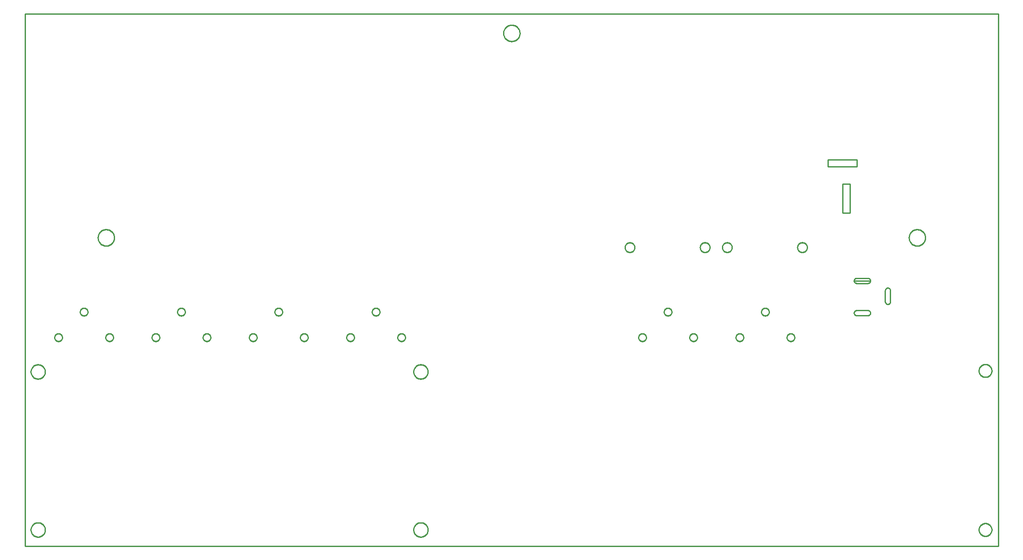
<source format=gbr>
G04 EAGLE Gerber RS-274X export*
G75*
%MOMM*%
%FSLAX34Y34*%
%LPD*%
%IN*%
%IPPOS*%
%AMOC8*
5,1,8,0,0,1.08239X$1,22.5*%
G01*
%ADD10C,0.254000*%


D10*
X0Y0D02*
X1904800Y0D01*
X1905000Y1041400D01*
X0Y1041400D01*
X0Y0D01*
X1683700Y478000D02*
X1683719Y477564D01*
X1683776Y477132D01*
X1683870Y476706D01*
X1684002Y476290D01*
X1684168Y475887D01*
X1684370Y475500D01*
X1684604Y475132D01*
X1684870Y474786D01*
X1685164Y474464D01*
X1685486Y474170D01*
X1685832Y473904D01*
X1686200Y473670D01*
X1686587Y473468D01*
X1686990Y473302D01*
X1687406Y473170D01*
X1687832Y473076D01*
X1688264Y473019D01*
X1688700Y473000D01*
X1689136Y473019D01*
X1689568Y473076D01*
X1689994Y473170D01*
X1690410Y473302D01*
X1690813Y473468D01*
X1691200Y473670D01*
X1691568Y473904D01*
X1691914Y474170D01*
X1692236Y474464D01*
X1692530Y474786D01*
X1692796Y475132D01*
X1693030Y475500D01*
X1693232Y475887D01*
X1693398Y476290D01*
X1693530Y476706D01*
X1693624Y477132D01*
X1693681Y477564D01*
X1693700Y478000D01*
X1693700Y500000D01*
X1693681Y500436D01*
X1693624Y500868D01*
X1693530Y501294D01*
X1693398Y501710D01*
X1693232Y502113D01*
X1693030Y502500D01*
X1692796Y502868D01*
X1692530Y503214D01*
X1692236Y503536D01*
X1691914Y503830D01*
X1691568Y504096D01*
X1691200Y504330D01*
X1690813Y504532D01*
X1690410Y504698D01*
X1689994Y504830D01*
X1689568Y504924D01*
X1689136Y504981D01*
X1688700Y505000D01*
X1688264Y504981D01*
X1687832Y504924D01*
X1687406Y504830D01*
X1686990Y504698D01*
X1686587Y504532D01*
X1686200Y504330D01*
X1685832Y504096D01*
X1685486Y503830D01*
X1685164Y503536D01*
X1684870Y503214D01*
X1684604Y502868D01*
X1684370Y502500D01*
X1684168Y502113D01*
X1684002Y501710D01*
X1683870Y501294D01*
X1683776Y500868D01*
X1683719Y500436D01*
X1683700Y500000D01*
X1683700Y478000D01*
X1622700Y456000D02*
X1622719Y455564D01*
X1622776Y455132D01*
X1622870Y454706D01*
X1623002Y454290D01*
X1623168Y453887D01*
X1623370Y453500D01*
X1623604Y453132D01*
X1623870Y452786D01*
X1624164Y452464D01*
X1624486Y452170D01*
X1624832Y451904D01*
X1625200Y451670D01*
X1625587Y451468D01*
X1625990Y451302D01*
X1626406Y451170D01*
X1626832Y451076D01*
X1627264Y451019D01*
X1627700Y451000D01*
X1649700Y451000D01*
X1650136Y451019D01*
X1650568Y451076D01*
X1650994Y451170D01*
X1651410Y451302D01*
X1651813Y451468D01*
X1652200Y451670D01*
X1652568Y451904D01*
X1652914Y452170D01*
X1653236Y452464D01*
X1653530Y452786D01*
X1653796Y453132D01*
X1654030Y453500D01*
X1654232Y453887D01*
X1654398Y454290D01*
X1654530Y454706D01*
X1654624Y455132D01*
X1654681Y455564D01*
X1654700Y456000D01*
X1654681Y456436D01*
X1654624Y456868D01*
X1654530Y457294D01*
X1654398Y457710D01*
X1654232Y458113D01*
X1654030Y458500D01*
X1653796Y458868D01*
X1653530Y459214D01*
X1653236Y459536D01*
X1652914Y459830D01*
X1652568Y460096D01*
X1652200Y460330D01*
X1651813Y460532D01*
X1651410Y460698D01*
X1650994Y460830D01*
X1650568Y460924D01*
X1650136Y460981D01*
X1649700Y461000D01*
X1627700Y461000D01*
X1627264Y460981D01*
X1626832Y460924D01*
X1626406Y460830D01*
X1625990Y460698D01*
X1625587Y460532D01*
X1625200Y460330D01*
X1624832Y460096D01*
X1624486Y459830D01*
X1624164Y459536D01*
X1623870Y459214D01*
X1623604Y458868D01*
X1623370Y458500D01*
X1623168Y458113D01*
X1623002Y457710D01*
X1622870Y457294D01*
X1622776Y456868D01*
X1622719Y456436D01*
X1622700Y456000D01*
X1622700Y519000D02*
X1654700Y519000D01*
X1654681Y519436D01*
X1654624Y519868D01*
X1654530Y520294D01*
X1654398Y520710D01*
X1654232Y521113D01*
X1654030Y521500D01*
X1653796Y521868D01*
X1653530Y522214D01*
X1653236Y522536D01*
X1652914Y522830D01*
X1652568Y523096D01*
X1652200Y523330D01*
X1651813Y523532D01*
X1651410Y523698D01*
X1650994Y523830D01*
X1650568Y523924D01*
X1650136Y523981D01*
X1649700Y524000D01*
X1627700Y524000D01*
X1627264Y523981D01*
X1626832Y523924D01*
X1626406Y523830D01*
X1625990Y523698D01*
X1625587Y523532D01*
X1625200Y523330D01*
X1624832Y523096D01*
X1624486Y522830D01*
X1624164Y522536D01*
X1623870Y522214D01*
X1623604Y521868D01*
X1623370Y521500D01*
X1623168Y521113D01*
X1623002Y520710D01*
X1622870Y520294D01*
X1622776Y519868D01*
X1622719Y519436D01*
X1622700Y519000D01*
X1622700Y519000D02*
X1622719Y518564D01*
X1622776Y518132D01*
X1622870Y517706D01*
X1623002Y517290D01*
X1623168Y516887D01*
X1623370Y516500D01*
X1623604Y516132D01*
X1623870Y515786D01*
X1624164Y515464D01*
X1624486Y515170D01*
X1624832Y514904D01*
X1625200Y514670D01*
X1625587Y514468D01*
X1625990Y514302D01*
X1626406Y514170D01*
X1626832Y514076D01*
X1627264Y514019D01*
X1627700Y514000D01*
X1649700Y514000D01*
X1650136Y514019D01*
X1650568Y514076D01*
X1650994Y514170D01*
X1651410Y514302D01*
X1651813Y514468D01*
X1652200Y514670D01*
X1652568Y514904D01*
X1652914Y515170D01*
X1653236Y515464D01*
X1653530Y515786D01*
X1653796Y516132D01*
X1654030Y516500D01*
X1654232Y516887D01*
X1654398Y517290D01*
X1654530Y517706D01*
X1654624Y518132D01*
X1654681Y518564D01*
X1654700Y519000D01*
X1622700Y519000D01*
X1622700Y519000D02*
X1622719Y518564D01*
X1622776Y518132D01*
X1622870Y517706D01*
X1623002Y517290D01*
X1623168Y516887D01*
X1623370Y516500D01*
X1623604Y516132D01*
X1623870Y515786D01*
X1624164Y515464D01*
X1624486Y515170D01*
X1624832Y514904D01*
X1625200Y514670D01*
X1625587Y514468D01*
X1625990Y514302D01*
X1626406Y514170D01*
X1626832Y514076D01*
X1627264Y514019D01*
X1627700Y514000D01*
X1649700Y514000D01*
X1650136Y514019D01*
X1650568Y514076D01*
X1650994Y514170D01*
X1651410Y514302D01*
X1651813Y514468D01*
X1652200Y514670D01*
X1652568Y514904D01*
X1652914Y515170D01*
X1653236Y515464D01*
X1653530Y515786D01*
X1653796Y516132D01*
X1654030Y516500D01*
X1654232Y516887D01*
X1654398Y517290D01*
X1654530Y517706D01*
X1654624Y518132D01*
X1654681Y518564D01*
X1654700Y519000D01*
X1654681Y519436D01*
X1654624Y519868D01*
X1654530Y520294D01*
X1654398Y520710D01*
X1654232Y521113D01*
X1654030Y521500D01*
X1653796Y521868D01*
X1653530Y522214D01*
X1653236Y522536D01*
X1652914Y522830D01*
X1652568Y523096D01*
X1652200Y523330D01*
X1651813Y523532D01*
X1651410Y523698D01*
X1650994Y523830D01*
X1650568Y523924D01*
X1650136Y523981D01*
X1649700Y524000D01*
X1627700Y524000D01*
X1627264Y523981D01*
X1626832Y523924D01*
X1626406Y523830D01*
X1625990Y523698D01*
X1625587Y523532D01*
X1625200Y523330D01*
X1624832Y523096D01*
X1624486Y522830D01*
X1624164Y522536D01*
X1623870Y522214D01*
X1623604Y521868D01*
X1623370Y521500D01*
X1623168Y521113D01*
X1623002Y520710D01*
X1622870Y520294D01*
X1622776Y519868D01*
X1622719Y519436D01*
X1622700Y519000D01*
X1571752Y742442D02*
X1628648Y742442D01*
X1628648Y756158D01*
X1571752Y756158D01*
X1571752Y742442D01*
X1600708Y651764D02*
X1614424Y651764D01*
X1614424Y708660D01*
X1600708Y708660D01*
X1600708Y651764D01*
X174750Y602726D02*
X174682Y601681D01*
X174545Y600642D01*
X174340Y599615D01*
X174069Y598603D01*
X173733Y597611D01*
X173332Y596643D01*
X172868Y595704D01*
X172345Y594796D01*
X171763Y593925D01*
X171125Y593094D01*
X170434Y592307D01*
X169693Y591566D01*
X168906Y590875D01*
X168075Y590238D01*
X167204Y589656D01*
X166296Y589132D01*
X165357Y588668D01*
X164389Y588267D01*
X163397Y587931D01*
X162385Y587660D01*
X161358Y587455D01*
X160319Y587319D01*
X159274Y587250D01*
X158226Y587250D01*
X157181Y587319D01*
X156142Y587455D01*
X155115Y587660D01*
X154103Y587931D01*
X153111Y588267D01*
X152143Y588668D01*
X151204Y589132D01*
X150296Y589656D01*
X149425Y590238D01*
X148594Y590875D01*
X147807Y591566D01*
X147066Y592307D01*
X146375Y593094D01*
X145738Y593925D01*
X145156Y594796D01*
X144632Y595704D01*
X144168Y596643D01*
X143767Y597611D01*
X143431Y598603D01*
X143160Y599615D01*
X142955Y600642D01*
X142819Y601681D01*
X142750Y602726D01*
X142750Y603774D01*
X142819Y604819D01*
X142955Y605858D01*
X143160Y606885D01*
X143431Y607897D01*
X143767Y608889D01*
X144168Y609857D01*
X144632Y610796D01*
X145156Y611704D01*
X145738Y612575D01*
X146375Y613406D01*
X147066Y614193D01*
X147807Y614934D01*
X148594Y615625D01*
X149425Y616263D01*
X150296Y616845D01*
X151204Y617368D01*
X152143Y617832D01*
X153111Y618233D01*
X154103Y618569D01*
X155115Y618840D01*
X156142Y619045D01*
X157181Y619182D01*
X158226Y619250D01*
X159274Y619250D01*
X160319Y619182D01*
X161358Y619045D01*
X162385Y618840D01*
X163397Y618569D01*
X164389Y618233D01*
X165357Y617832D01*
X166296Y617368D01*
X167204Y616845D01*
X168075Y616263D01*
X168906Y615625D01*
X169693Y614934D01*
X170434Y614193D01*
X171125Y613406D01*
X171763Y612575D01*
X172345Y611704D01*
X172868Y610796D01*
X173332Y609857D01*
X173733Y608889D01*
X174069Y607897D01*
X174340Y606885D01*
X174545Y605858D01*
X174682Y604819D01*
X174750Y603774D01*
X174750Y602726D01*
X1762250Y602726D02*
X1762182Y601681D01*
X1762045Y600642D01*
X1761840Y599615D01*
X1761569Y598603D01*
X1761233Y597611D01*
X1760832Y596643D01*
X1760368Y595704D01*
X1759845Y594796D01*
X1759263Y593925D01*
X1758625Y593094D01*
X1757934Y592307D01*
X1757193Y591566D01*
X1756406Y590875D01*
X1755575Y590238D01*
X1754704Y589656D01*
X1753796Y589132D01*
X1752857Y588668D01*
X1751889Y588267D01*
X1750897Y587931D01*
X1749885Y587660D01*
X1748858Y587455D01*
X1747819Y587319D01*
X1746774Y587250D01*
X1745726Y587250D01*
X1744681Y587319D01*
X1743642Y587455D01*
X1742615Y587660D01*
X1741603Y587931D01*
X1740611Y588267D01*
X1739643Y588668D01*
X1738704Y589132D01*
X1737796Y589656D01*
X1736925Y590238D01*
X1736094Y590875D01*
X1735307Y591566D01*
X1734566Y592307D01*
X1733875Y593094D01*
X1733238Y593925D01*
X1732656Y594796D01*
X1732132Y595704D01*
X1731668Y596643D01*
X1731267Y597611D01*
X1730931Y598603D01*
X1730660Y599615D01*
X1730455Y600642D01*
X1730319Y601681D01*
X1730250Y602726D01*
X1730250Y603774D01*
X1730319Y604819D01*
X1730455Y605858D01*
X1730660Y606885D01*
X1730931Y607897D01*
X1731267Y608889D01*
X1731668Y609857D01*
X1732132Y610796D01*
X1732656Y611704D01*
X1733238Y612575D01*
X1733875Y613406D01*
X1734566Y614193D01*
X1735307Y614934D01*
X1736094Y615625D01*
X1736925Y616263D01*
X1737796Y616845D01*
X1738704Y617368D01*
X1739643Y617832D01*
X1740611Y618233D01*
X1741603Y618569D01*
X1742615Y618840D01*
X1743642Y619045D01*
X1744681Y619182D01*
X1745726Y619250D01*
X1746774Y619250D01*
X1747819Y619182D01*
X1748858Y619045D01*
X1749885Y618840D01*
X1750897Y618569D01*
X1751889Y618233D01*
X1752857Y617832D01*
X1753796Y617368D01*
X1754704Y616845D01*
X1755575Y616263D01*
X1756406Y615625D01*
X1757193Y614934D01*
X1757934Y614193D01*
X1758625Y613406D01*
X1759263Y612575D01*
X1759845Y611704D01*
X1760368Y610796D01*
X1760832Y609857D01*
X1761233Y608889D01*
X1761569Y607897D01*
X1761840Y606885D01*
X1762045Y605858D01*
X1762182Y604819D01*
X1762250Y603774D01*
X1762250Y602726D01*
X1892100Y342409D02*
X1892023Y341430D01*
X1891869Y340460D01*
X1891640Y339504D01*
X1891336Y338570D01*
X1890961Y337663D01*
X1890515Y336788D01*
X1890001Y335950D01*
X1889424Y335155D01*
X1888786Y334408D01*
X1888092Y333714D01*
X1887345Y333076D01*
X1886550Y332499D01*
X1885712Y331985D01*
X1884837Y331539D01*
X1883930Y331164D01*
X1882996Y330860D01*
X1882041Y330631D01*
X1881070Y330477D01*
X1880091Y330400D01*
X1879109Y330400D01*
X1878130Y330477D01*
X1877160Y330631D01*
X1876204Y330860D01*
X1875270Y331164D01*
X1874363Y331539D01*
X1873488Y331985D01*
X1872650Y332499D01*
X1871855Y333076D01*
X1871108Y333714D01*
X1870414Y334408D01*
X1869776Y335155D01*
X1869199Y335950D01*
X1868685Y336788D01*
X1868239Y337663D01*
X1867864Y338570D01*
X1867560Y339504D01*
X1867331Y340460D01*
X1867177Y341430D01*
X1867100Y342409D01*
X1867100Y343391D01*
X1867177Y344370D01*
X1867331Y345341D01*
X1867560Y346296D01*
X1867864Y347230D01*
X1868239Y348137D01*
X1868685Y349012D01*
X1869199Y349850D01*
X1869776Y350645D01*
X1870414Y351392D01*
X1871108Y352086D01*
X1871855Y352724D01*
X1872650Y353301D01*
X1873488Y353815D01*
X1874363Y354261D01*
X1875270Y354636D01*
X1876204Y354940D01*
X1877160Y355169D01*
X1878130Y355323D01*
X1879109Y355400D01*
X1880091Y355400D01*
X1881070Y355323D01*
X1882041Y355169D01*
X1882996Y354940D01*
X1883930Y354636D01*
X1884837Y354261D01*
X1885712Y353815D01*
X1886550Y353301D01*
X1887345Y352724D01*
X1888092Y352086D01*
X1888786Y351392D01*
X1889424Y350645D01*
X1890001Y349850D01*
X1890515Y349012D01*
X1890961Y348137D01*
X1891336Y347230D01*
X1891640Y346296D01*
X1891869Y345341D01*
X1892023Y344370D01*
X1892100Y343391D01*
X1892100Y342409D01*
X1892100Y31259D02*
X1892023Y30280D01*
X1891869Y29310D01*
X1891640Y28354D01*
X1891336Y27420D01*
X1890961Y26513D01*
X1890515Y25638D01*
X1890001Y24800D01*
X1889424Y24005D01*
X1888786Y23258D01*
X1888092Y22564D01*
X1887345Y21926D01*
X1886550Y21349D01*
X1885712Y20835D01*
X1884837Y20389D01*
X1883930Y20014D01*
X1882996Y19710D01*
X1882041Y19481D01*
X1881070Y19327D01*
X1880091Y19250D01*
X1879109Y19250D01*
X1878130Y19327D01*
X1877160Y19481D01*
X1876204Y19710D01*
X1875270Y20014D01*
X1874363Y20389D01*
X1873488Y20835D01*
X1872650Y21349D01*
X1871855Y21926D01*
X1871108Y22564D01*
X1870414Y23258D01*
X1869776Y24005D01*
X1869199Y24800D01*
X1868685Y25638D01*
X1868239Y26513D01*
X1867864Y27420D01*
X1867560Y28354D01*
X1867331Y29310D01*
X1867177Y30280D01*
X1867100Y31259D01*
X1867100Y32241D01*
X1867177Y33220D01*
X1867331Y34191D01*
X1867560Y35146D01*
X1867864Y36080D01*
X1868239Y36987D01*
X1868685Y37862D01*
X1869199Y38700D01*
X1869776Y39495D01*
X1870414Y40242D01*
X1871108Y40936D01*
X1871855Y41574D01*
X1872650Y42151D01*
X1873488Y42665D01*
X1874363Y43111D01*
X1875270Y43486D01*
X1876204Y43790D01*
X1877160Y44019D01*
X1878130Y44173D01*
X1879109Y44250D01*
X1880091Y44250D01*
X1881070Y44173D01*
X1882041Y44019D01*
X1882996Y43790D01*
X1883930Y43486D01*
X1884837Y43111D01*
X1885712Y42665D01*
X1886550Y42151D01*
X1887345Y41574D01*
X1888092Y40936D01*
X1888786Y40242D01*
X1889424Y39495D01*
X1890001Y38700D01*
X1890515Y37862D01*
X1890961Y36987D01*
X1891336Y36080D01*
X1891640Y35146D01*
X1891869Y34191D01*
X1892023Y33220D01*
X1892100Y32241D01*
X1892100Y31259D01*
X968500Y1002776D02*
X968432Y1001731D01*
X968295Y1000692D01*
X968090Y999665D01*
X967819Y998653D01*
X967483Y997661D01*
X967082Y996693D01*
X966618Y995754D01*
X966095Y994846D01*
X965513Y993975D01*
X964875Y993144D01*
X964184Y992357D01*
X963443Y991616D01*
X962656Y990925D01*
X961825Y990288D01*
X960954Y989706D01*
X960046Y989182D01*
X959107Y988718D01*
X958139Y988317D01*
X957147Y987981D01*
X956135Y987710D01*
X955108Y987505D01*
X954069Y987369D01*
X953024Y987300D01*
X951976Y987300D01*
X950931Y987369D01*
X949892Y987505D01*
X948865Y987710D01*
X947853Y987981D01*
X946861Y988317D01*
X945893Y988718D01*
X944954Y989182D01*
X944046Y989706D01*
X943175Y990288D01*
X942344Y990925D01*
X941557Y991616D01*
X940816Y992357D01*
X940125Y993144D01*
X939488Y993975D01*
X938906Y994846D01*
X938382Y995754D01*
X937918Y996693D01*
X937517Y997661D01*
X937181Y998653D01*
X936910Y999665D01*
X936705Y1000692D01*
X936569Y1001731D01*
X936500Y1002776D01*
X936500Y1003824D01*
X936569Y1004869D01*
X936705Y1005908D01*
X936910Y1006935D01*
X937181Y1007947D01*
X937517Y1008939D01*
X937918Y1009907D01*
X938382Y1010846D01*
X938906Y1011754D01*
X939488Y1012625D01*
X940125Y1013456D01*
X940816Y1014243D01*
X941557Y1014984D01*
X942344Y1015675D01*
X943175Y1016313D01*
X944046Y1016895D01*
X944954Y1017418D01*
X945893Y1017882D01*
X946861Y1018283D01*
X947853Y1018619D01*
X948865Y1018890D01*
X949892Y1019095D01*
X950931Y1019232D01*
X951976Y1019300D01*
X953024Y1019300D01*
X954069Y1019232D01*
X955108Y1019095D01*
X956135Y1018890D01*
X957147Y1018619D01*
X958139Y1018283D01*
X959107Y1017882D01*
X960046Y1017418D01*
X960954Y1016895D01*
X961825Y1016313D01*
X962656Y1015675D01*
X963443Y1014984D01*
X964184Y1014243D01*
X964875Y1013456D01*
X965513Y1012625D01*
X966095Y1011754D01*
X966618Y1010846D01*
X967082Y1009907D01*
X967483Y1008939D01*
X967819Y1007947D01*
X968090Y1006935D01*
X968295Y1005908D01*
X968432Y1004869D01*
X968500Y1003824D01*
X968500Y1002776D01*
X39400Y31250D02*
X39329Y30253D01*
X39186Y29263D01*
X38974Y28286D01*
X38692Y27326D01*
X38343Y26389D01*
X37927Y25479D01*
X37448Y24602D01*
X36907Y23760D01*
X36308Y22960D01*
X35653Y22204D01*
X34946Y21497D01*
X34190Y20842D01*
X33390Y20243D01*
X32548Y19702D01*
X31671Y19223D01*
X30761Y18807D01*
X29824Y18458D01*
X28865Y18176D01*
X27887Y17964D01*
X26898Y17821D01*
X25900Y17750D01*
X24900Y17750D01*
X23903Y17821D01*
X22913Y17964D01*
X21936Y18176D01*
X20976Y18458D01*
X20039Y18807D01*
X19129Y19223D01*
X18252Y19702D01*
X17410Y20243D01*
X16610Y20842D01*
X15854Y21497D01*
X15147Y22204D01*
X14492Y22960D01*
X13893Y23760D01*
X13352Y24602D01*
X12873Y25479D01*
X12457Y26389D01*
X12108Y27326D01*
X11826Y28286D01*
X11614Y29263D01*
X11471Y30253D01*
X11400Y31250D01*
X11400Y32250D01*
X11471Y33248D01*
X11614Y34237D01*
X11826Y35215D01*
X12108Y36174D01*
X12457Y37111D01*
X12873Y38021D01*
X13352Y38898D01*
X13893Y39740D01*
X14492Y40540D01*
X15147Y41296D01*
X15854Y42003D01*
X16610Y42658D01*
X17410Y43257D01*
X18252Y43798D01*
X19129Y44277D01*
X20039Y44693D01*
X20976Y45042D01*
X21936Y45324D01*
X22913Y45536D01*
X23903Y45679D01*
X24900Y45750D01*
X25900Y45750D01*
X26898Y45679D01*
X27887Y45536D01*
X28865Y45324D01*
X29824Y45042D01*
X30761Y44693D01*
X31671Y44277D01*
X32548Y43798D01*
X33390Y43257D01*
X34190Y42658D01*
X34946Y42003D01*
X35653Y41296D01*
X36308Y40540D01*
X36907Y39740D01*
X37448Y38898D01*
X37927Y38021D01*
X38343Y37111D01*
X38692Y36174D01*
X38974Y35215D01*
X39186Y34237D01*
X39329Y33248D01*
X39400Y32250D01*
X39400Y31250D01*
X39400Y340450D02*
X39329Y339453D01*
X39186Y338463D01*
X38974Y337486D01*
X38692Y336526D01*
X38343Y335589D01*
X37927Y334679D01*
X37448Y333802D01*
X36907Y332960D01*
X36308Y332160D01*
X35653Y331404D01*
X34946Y330697D01*
X34190Y330042D01*
X33390Y329443D01*
X32548Y328902D01*
X31671Y328423D01*
X30761Y328007D01*
X29824Y327658D01*
X28865Y327376D01*
X27887Y327164D01*
X26898Y327021D01*
X25900Y326950D01*
X24900Y326950D01*
X23903Y327021D01*
X22913Y327164D01*
X21936Y327376D01*
X20976Y327658D01*
X20039Y328007D01*
X19129Y328423D01*
X18252Y328902D01*
X17410Y329443D01*
X16610Y330042D01*
X15854Y330697D01*
X15147Y331404D01*
X14492Y332160D01*
X13893Y332960D01*
X13352Y333802D01*
X12873Y334679D01*
X12457Y335589D01*
X12108Y336526D01*
X11826Y337486D01*
X11614Y338463D01*
X11471Y339453D01*
X11400Y340450D01*
X11400Y341450D01*
X11471Y342448D01*
X11614Y343437D01*
X11826Y344415D01*
X12108Y345374D01*
X12457Y346311D01*
X12873Y347221D01*
X13352Y348098D01*
X13893Y348940D01*
X14492Y349740D01*
X15147Y350496D01*
X15854Y351203D01*
X16610Y351858D01*
X17410Y352457D01*
X18252Y352998D01*
X19129Y353477D01*
X20039Y353893D01*
X20976Y354242D01*
X21936Y354524D01*
X22913Y354736D01*
X23903Y354879D01*
X24900Y354950D01*
X25900Y354950D01*
X26898Y354879D01*
X27887Y354736D01*
X28865Y354524D01*
X29824Y354242D01*
X30761Y353893D01*
X31671Y353477D01*
X32548Y352998D01*
X33390Y352457D01*
X34190Y351858D01*
X34946Y351203D01*
X35653Y350496D01*
X36308Y349740D01*
X36907Y348940D01*
X37448Y348098D01*
X37927Y347221D01*
X38343Y346311D01*
X38692Y345374D01*
X38974Y344415D01*
X39186Y343437D01*
X39329Y342448D01*
X39400Y341450D01*
X39400Y340450D01*
X788600Y340450D02*
X788529Y339453D01*
X788386Y338463D01*
X788174Y337486D01*
X787892Y336526D01*
X787543Y335589D01*
X787127Y334679D01*
X786648Y333802D01*
X786107Y332960D01*
X785508Y332160D01*
X784853Y331404D01*
X784146Y330697D01*
X783390Y330042D01*
X782590Y329443D01*
X781748Y328902D01*
X780871Y328423D01*
X779961Y328007D01*
X779024Y327658D01*
X778065Y327376D01*
X777087Y327164D01*
X776098Y327021D01*
X775100Y326950D01*
X774100Y326950D01*
X773103Y327021D01*
X772113Y327164D01*
X771136Y327376D01*
X770176Y327658D01*
X769239Y328007D01*
X768329Y328423D01*
X767452Y328902D01*
X766610Y329443D01*
X765810Y330042D01*
X765054Y330697D01*
X764347Y331404D01*
X763692Y332160D01*
X763093Y332960D01*
X762552Y333802D01*
X762073Y334679D01*
X761657Y335589D01*
X761308Y336526D01*
X761026Y337486D01*
X760814Y338463D01*
X760671Y339453D01*
X760600Y340450D01*
X760600Y341450D01*
X760671Y342448D01*
X760814Y343437D01*
X761026Y344415D01*
X761308Y345374D01*
X761657Y346311D01*
X762073Y347221D01*
X762552Y348098D01*
X763093Y348940D01*
X763692Y349740D01*
X764347Y350496D01*
X765054Y351203D01*
X765810Y351858D01*
X766610Y352457D01*
X767452Y352998D01*
X768329Y353477D01*
X769239Y353893D01*
X770176Y354242D01*
X771136Y354524D01*
X772113Y354736D01*
X773103Y354879D01*
X774100Y354950D01*
X775100Y354950D01*
X776098Y354879D01*
X777087Y354736D01*
X778065Y354524D01*
X779024Y354242D01*
X779961Y353893D01*
X780871Y353477D01*
X781748Y352998D01*
X782590Y352457D01*
X783390Y351858D01*
X784146Y351203D01*
X784853Y350496D01*
X785508Y349740D01*
X786107Y348940D01*
X786648Y348098D01*
X787127Y347221D01*
X787543Y346311D01*
X787892Y345374D01*
X788174Y344415D01*
X788386Y343437D01*
X788529Y342448D01*
X788600Y341450D01*
X788600Y340450D01*
X788600Y31250D02*
X788529Y30253D01*
X788386Y29263D01*
X788174Y28286D01*
X787892Y27326D01*
X787543Y26389D01*
X787127Y25479D01*
X786648Y24602D01*
X786107Y23760D01*
X785508Y22960D01*
X784853Y22204D01*
X784146Y21497D01*
X783390Y20842D01*
X782590Y20243D01*
X781748Y19702D01*
X780871Y19223D01*
X779961Y18807D01*
X779024Y18458D01*
X778065Y18176D01*
X777087Y17964D01*
X776098Y17821D01*
X775100Y17750D01*
X774100Y17750D01*
X773103Y17821D01*
X772113Y17964D01*
X771136Y18176D01*
X770176Y18458D01*
X769239Y18807D01*
X768329Y19223D01*
X767452Y19702D01*
X766610Y20243D01*
X765810Y20842D01*
X765054Y21497D01*
X764347Y22204D01*
X763692Y22960D01*
X763093Y23760D01*
X762552Y24602D01*
X762073Y25479D01*
X761657Y26389D01*
X761308Y27326D01*
X761026Y28286D01*
X760814Y29263D01*
X760671Y30253D01*
X760600Y31250D01*
X760600Y32250D01*
X760671Y33248D01*
X760814Y34237D01*
X761026Y35215D01*
X761308Y36174D01*
X761657Y37111D01*
X762073Y38021D01*
X762552Y38898D01*
X763093Y39740D01*
X763692Y40540D01*
X764347Y41296D01*
X765054Y42003D01*
X765810Y42658D01*
X766610Y43257D01*
X767452Y43798D01*
X768329Y44277D01*
X769239Y44693D01*
X770176Y45042D01*
X771136Y45324D01*
X772113Y45536D01*
X773103Y45679D01*
X774100Y45750D01*
X775100Y45750D01*
X776098Y45679D01*
X777087Y45536D01*
X778065Y45324D01*
X779024Y45042D01*
X779961Y44693D01*
X780871Y44277D01*
X781748Y43798D01*
X782590Y43257D01*
X783390Y42658D01*
X784146Y42003D01*
X784853Y41296D01*
X785508Y40540D01*
X786107Y39740D01*
X786648Y38898D01*
X787127Y38021D01*
X787543Y37111D01*
X787892Y36174D01*
X788174Y35215D01*
X788386Y34237D01*
X788529Y33248D01*
X788600Y32250D01*
X788600Y31250D01*
X65668Y415500D02*
X66402Y415428D01*
X67125Y415284D01*
X67830Y415070D01*
X68511Y414788D01*
X69160Y414441D01*
X69773Y414031D01*
X70343Y413564D01*
X70864Y413043D01*
X71331Y412473D01*
X71741Y411860D01*
X72088Y411211D01*
X72370Y410530D01*
X72584Y409825D01*
X72728Y409102D01*
X72800Y408368D01*
X72800Y407632D01*
X72728Y406898D01*
X72584Y406175D01*
X72370Y405470D01*
X72088Y404789D01*
X71741Y404140D01*
X71331Y403527D01*
X70864Y402957D01*
X70343Y402436D01*
X69773Y401969D01*
X69160Y401559D01*
X68511Y401212D01*
X67830Y400930D01*
X67125Y400716D01*
X66402Y400572D01*
X65668Y400500D01*
X64932Y400500D01*
X64198Y400572D01*
X63475Y400716D01*
X62770Y400930D01*
X62089Y401212D01*
X61440Y401559D01*
X60827Y401969D01*
X60257Y402436D01*
X59736Y402957D01*
X59269Y403527D01*
X58859Y404140D01*
X58512Y404789D01*
X58230Y405470D01*
X58016Y406175D01*
X57872Y406898D01*
X57800Y407632D01*
X57800Y408368D01*
X57872Y409102D01*
X58016Y409825D01*
X58230Y410530D01*
X58512Y411211D01*
X58859Y411860D01*
X59269Y412473D01*
X59736Y413043D01*
X60257Y413564D01*
X60827Y414031D01*
X61440Y414441D01*
X62089Y414788D01*
X62770Y415070D01*
X63475Y415284D01*
X64198Y415428D01*
X64932Y415500D01*
X65668Y415500D01*
X165668Y415500D02*
X166402Y415428D01*
X167125Y415284D01*
X167830Y415070D01*
X168511Y414788D01*
X169160Y414441D01*
X169773Y414031D01*
X170343Y413564D01*
X170864Y413043D01*
X171331Y412473D01*
X171741Y411860D01*
X172088Y411211D01*
X172370Y410530D01*
X172584Y409825D01*
X172728Y409102D01*
X172800Y408368D01*
X172800Y407632D01*
X172728Y406898D01*
X172584Y406175D01*
X172370Y405470D01*
X172088Y404789D01*
X171741Y404140D01*
X171331Y403527D01*
X170864Y402957D01*
X170343Y402436D01*
X169773Y401969D01*
X169160Y401559D01*
X168511Y401212D01*
X167830Y400930D01*
X167125Y400716D01*
X166402Y400572D01*
X165668Y400500D01*
X164932Y400500D01*
X164198Y400572D01*
X163475Y400716D01*
X162770Y400930D01*
X162089Y401212D01*
X161440Y401559D01*
X160827Y401969D01*
X160257Y402436D01*
X159736Y402957D01*
X159269Y403527D01*
X158859Y404140D01*
X158512Y404789D01*
X158230Y405470D01*
X158016Y406175D01*
X157872Y406898D01*
X157800Y407632D01*
X157800Y408368D01*
X157872Y409102D01*
X158016Y409825D01*
X158230Y410530D01*
X158512Y411211D01*
X158859Y411860D01*
X159269Y412473D01*
X159736Y413043D01*
X160257Y413564D01*
X160827Y414031D01*
X161440Y414441D01*
X162089Y414788D01*
X162770Y415070D01*
X163475Y415284D01*
X164198Y415428D01*
X164932Y415500D01*
X165668Y415500D01*
X115668Y465500D02*
X116402Y465428D01*
X117125Y465284D01*
X117830Y465070D01*
X118511Y464788D01*
X119160Y464441D01*
X119773Y464031D01*
X120343Y463564D01*
X120864Y463043D01*
X121331Y462473D01*
X121741Y461860D01*
X122088Y461211D01*
X122370Y460530D01*
X122584Y459825D01*
X122728Y459102D01*
X122800Y458368D01*
X122800Y457632D01*
X122728Y456898D01*
X122584Y456175D01*
X122370Y455470D01*
X122088Y454789D01*
X121741Y454140D01*
X121331Y453527D01*
X120864Y452957D01*
X120343Y452436D01*
X119773Y451969D01*
X119160Y451559D01*
X118511Y451212D01*
X117830Y450930D01*
X117125Y450716D01*
X116402Y450572D01*
X115668Y450500D01*
X114932Y450500D01*
X114198Y450572D01*
X113475Y450716D01*
X112770Y450930D01*
X112089Y451212D01*
X111440Y451559D01*
X110827Y451969D01*
X110257Y452436D01*
X109736Y452957D01*
X109269Y453527D01*
X108859Y454140D01*
X108512Y454789D01*
X108230Y455470D01*
X108016Y456175D01*
X107872Y456898D01*
X107800Y457632D01*
X107800Y458368D01*
X107872Y459102D01*
X108016Y459825D01*
X108230Y460530D01*
X108512Y461211D01*
X108859Y461860D01*
X109269Y462473D01*
X109736Y463043D01*
X110257Y463564D01*
X110827Y464031D01*
X111440Y464441D01*
X112089Y464788D01*
X112770Y465070D01*
X113475Y465284D01*
X114198Y465428D01*
X114932Y465500D01*
X115668Y465500D01*
X256168Y415500D02*
X256902Y415428D01*
X257625Y415284D01*
X258330Y415070D01*
X259011Y414788D01*
X259660Y414441D01*
X260273Y414031D01*
X260843Y413564D01*
X261364Y413043D01*
X261831Y412473D01*
X262241Y411860D01*
X262588Y411211D01*
X262870Y410530D01*
X263084Y409825D01*
X263228Y409102D01*
X263300Y408368D01*
X263300Y407632D01*
X263228Y406898D01*
X263084Y406175D01*
X262870Y405470D01*
X262588Y404789D01*
X262241Y404140D01*
X261831Y403527D01*
X261364Y402957D01*
X260843Y402436D01*
X260273Y401969D01*
X259660Y401559D01*
X259011Y401212D01*
X258330Y400930D01*
X257625Y400716D01*
X256902Y400572D01*
X256168Y400500D01*
X255432Y400500D01*
X254698Y400572D01*
X253975Y400716D01*
X253270Y400930D01*
X252589Y401212D01*
X251940Y401559D01*
X251327Y401969D01*
X250757Y402436D01*
X250236Y402957D01*
X249769Y403527D01*
X249359Y404140D01*
X249012Y404789D01*
X248730Y405470D01*
X248516Y406175D01*
X248372Y406898D01*
X248300Y407632D01*
X248300Y408368D01*
X248372Y409102D01*
X248516Y409825D01*
X248730Y410530D01*
X249012Y411211D01*
X249359Y411860D01*
X249769Y412473D01*
X250236Y413043D01*
X250757Y413564D01*
X251327Y414031D01*
X251940Y414441D01*
X252589Y414788D01*
X253270Y415070D01*
X253975Y415284D01*
X254698Y415428D01*
X255432Y415500D01*
X256168Y415500D01*
X356168Y415500D02*
X356902Y415428D01*
X357625Y415284D01*
X358330Y415070D01*
X359011Y414788D01*
X359660Y414441D01*
X360273Y414031D01*
X360843Y413564D01*
X361364Y413043D01*
X361831Y412473D01*
X362241Y411860D01*
X362588Y411211D01*
X362870Y410530D01*
X363084Y409825D01*
X363228Y409102D01*
X363300Y408368D01*
X363300Y407632D01*
X363228Y406898D01*
X363084Y406175D01*
X362870Y405470D01*
X362588Y404789D01*
X362241Y404140D01*
X361831Y403527D01*
X361364Y402957D01*
X360843Y402436D01*
X360273Y401969D01*
X359660Y401559D01*
X359011Y401212D01*
X358330Y400930D01*
X357625Y400716D01*
X356902Y400572D01*
X356168Y400500D01*
X355432Y400500D01*
X354698Y400572D01*
X353975Y400716D01*
X353270Y400930D01*
X352589Y401212D01*
X351940Y401559D01*
X351327Y401969D01*
X350757Y402436D01*
X350236Y402957D01*
X349769Y403527D01*
X349359Y404140D01*
X349012Y404789D01*
X348730Y405470D01*
X348516Y406175D01*
X348372Y406898D01*
X348300Y407632D01*
X348300Y408368D01*
X348372Y409102D01*
X348516Y409825D01*
X348730Y410530D01*
X349012Y411211D01*
X349359Y411860D01*
X349769Y412473D01*
X350236Y413043D01*
X350757Y413564D01*
X351327Y414031D01*
X351940Y414441D01*
X352589Y414788D01*
X353270Y415070D01*
X353975Y415284D01*
X354698Y415428D01*
X355432Y415500D01*
X356168Y415500D01*
X306168Y465500D02*
X306902Y465428D01*
X307625Y465284D01*
X308330Y465070D01*
X309011Y464788D01*
X309660Y464441D01*
X310273Y464031D01*
X310843Y463564D01*
X311364Y463043D01*
X311831Y462473D01*
X312241Y461860D01*
X312588Y461211D01*
X312870Y460530D01*
X313084Y459825D01*
X313228Y459102D01*
X313300Y458368D01*
X313300Y457632D01*
X313228Y456898D01*
X313084Y456175D01*
X312870Y455470D01*
X312588Y454789D01*
X312241Y454140D01*
X311831Y453527D01*
X311364Y452957D01*
X310843Y452436D01*
X310273Y451969D01*
X309660Y451559D01*
X309011Y451212D01*
X308330Y450930D01*
X307625Y450716D01*
X306902Y450572D01*
X306168Y450500D01*
X305432Y450500D01*
X304698Y450572D01*
X303975Y450716D01*
X303270Y450930D01*
X302589Y451212D01*
X301940Y451559D01*
X301327Y451969D01*
X300757Y452436D01*
X300236Y452957D01*
X299769Y453527D01*
X299359Y454140D01*
X299012Y454789D01*
X298730Y455470D01*
X298516Y456175D01*
X298372Y456898D01*
X298300Y457632D01*
X298300Y458368D01*
X298372Y459102D01*
X298516Y459825D01*
X298730Y460530D01*
X299012Y461211D01*
X299359Y461860D01*
X299769Y462473D01*
X300236Y463043D01*
X300757Y463564D01*
X301327Y464031D01*
X301940Y464441D01*
X302589Y464788D01*
X303270Y465070D01*
X303975Y465284D01*
X304698Y465428D01*
X305432Y465500D01*
X306168Y465500D01*
X637168Y415500D02*
X637902Y415428D01*
X638625Y415284D01*
X639330Y415070D01*
X640011Y414788D01*
X640660Y414441D01*
X641273Y414031D01*
X641843Y413564D01*
X642364Y413043D01*
X642831Y412473D01*
X643241Y411860D01*
X643588Y411211D01*
X643870Y410530D01*
X644084Y409825D01*
X644228Y409102D01*
X644300Y408368D01*
X644300Y407632D01*
X644228Y406898D01*
X644084Y406175D01*
X643870Y405470D01*
X643588Y404789D01*
X643241Y404140D01*
X642831Y403527D01*
X642364Y402957D01*
X641843Y402436D01*
X641273Y401969D01*
X640660Y401559D01*
X640011Y401212D01*
X639330Y400930D01*
X638625Y400716D01*
X637902Y400572D01*
X637168Y400500D01*
X636432Y400500D01*
X635698Y400572D01*
X634975Y400716D01*
X634270Y400930D01*
X633589Y401212D01*
X632940Y401559D01*
X632327Y401969D01*
X631757Y402436D01*
X631236Y402957D01*
X630769Y403527D01*
X630359Y404140D01*
X630012Y404789D01*
X629730Y405470D01*
X629516Y406175D01*
X629372Y406898D01*
X629300Y407632D01*
X629300Y408368D01*
X629372Y409102D01*
X629516Y409825D01*
X629730Y410530D01*
X630012Y411211D01*
X630359Y411860D01*
X630769Y412473D01*
X631236Y413043D01*
X631757Y413564D01*
X632327Y414031D01*
X632940Y414441D01*
X633589Y414788D01*
X634270Y415070D01*
X634975Y415284D01*
X635698Y415428D01*
X636432Y415500D01*
X637168Y415500D01*
X737168Y415500D02*
X737902Y415428D01*
X738625Y415284D01*
X739330Y415070D01*
X740011Y414788D01*
X740660Y414441D01*
X741273Y414031D01*
X741843Y413564D01*
X742364Y413043D01*
X742831Y412473D01*
X743241Y411860D01*
X743588Y411211D01*
X743870Y410530D01*
X744084Y409825D01*
X744228Y409102D01*
X744300Y408368D01*
X744300Y407632D01*
X744228Y406898D01*
X744084Y406175D01*
X743870Y405470D01*
X743588Y404789D01*
X743241Y404140D01*
X742831Y403527D01*
X742364Y402957D01*
X741843Y402436D01*
X741273Y401969D01*
X740660Y401559D01*
X740011Y401212D01*
X739330Y400930D01*
X738625Y400716D01*
X737902Y400572D01*
X737168Y400500D01*
X736432Y400500D01*
X735698Y400572D01*
X734975Y400716D01*
X734270Y400930D01*
X733589Y401212D01*
X732940Y401559D01*
X732327Y401969D01*
X731757Y402436D01*
X731236Y402957D01*
X730769Y403527D01*
X730359Y404140D01*
X730012Y404789D01*
X729730Y405470D01*
X729516Y406175D01*
X729372Y406898D01*
X729300Y407632D01*
X729300Y408368D01*
X729372Y409102D01*
X729516Y409825D01*
X729730Y410530D01*
X730012Y411211D01*
X730359Y411860D01*
X730769Y412473D01*
X731236Y413043D01*
X731757Y413564D01*
X732327Y414031D01*
X732940Y414441D01*
X733589Y414788D01*
X734270Y415070D01*
X734975Y415284D01*
X735698Y415428D01*
X736432Y415500D01*
X737168Y415500D01*
X687168Y465500D02*
X687902Y465428D01*
X688625Y465284D01*
X689330Y465070D01*
X690011Y464788D01*
X690660Y464441D01*
X691273Y464031D01*
X691843Y463564D01*
X692364Y463043D01*
X692831Y462473D01*
X693241Y461860D01*
X693588Y461211D01*
X693870Y460530D01*
X694084Y459825D01*
X694228Y459102D01*
X694300Y458368D01*
X694300Y457632D01*
X694228Y456898D01*
X694084Y456175D01*
X693870Y455470D01*
X693588Y454789D01*
X693241Y454140D01*
X692831Y453527D01*
X692364Y452957D01*
X691843Y452436D01*
X691273Y451969D01*
X690660Y451559D01*
X690011Y451212D01*
X689330Y450930D01*
X688625Y450716D01*
X687902Y450572D01*
X687168Y450500D01*
X686432Y450500D01*
X685698Y450572D01*
X684975Y450716D01*
X684270Y450930D01*
X683589Y451212D01*
X682940Y451559D01*
X682327Y451969D01*
X681757Y452436D01*
X681236Y452957D01*
X680769Y453527D01*
X680359Y454140D01*
X680012Y454789D01*
X679730Y455470D01*
X679516Y456175D01*
X679372Y456898D01*
X679300Y457632D01*
X679300Y458368D01*
X679372Y459102D01*
X679516Y459825D01*
X679730Y460530D01*
X680012Y461211D01*
X680359Y461860D01*
X680769Y462473D01*
X681236Y463043D01*
X681757Y463564D01*
X682327Y464031D01*
X682940Y464441D01*
X683589Y464788D01*
X684270Y465070D01*
X684975Y465284D01*
X685698Y465428D01*
X686432Y465500D01*
X687168Y465500D01*
X1208668Y415500D02*
X1209402Y415428D01*
X1210125Y415284D01*
X1210830Y415070D01*
X1211511Y414788D01*
X1212160Y414441D01*
X1212773Y414031D01*
X1213343Y413564D01*
X1213864Y413043D01*
X1214331Y412473D01*
X1214741Y411860D01*
X1215088Y411211D01*
X1215370Y410530D01*
X1215584Y409825D01*
X1215728Y409102D01*
X1215800Y408368D01*
X1215800Y407632D01*
X1215728Y406898D01*
X1215584Y406175D01*
X1215370Y405470D01*
X1215088Y404789D01*
X1214741Y404140D01*
X1214331Y403527D01*
X1213864Y402957D01*
X1213343Y402436D01*
X1212773Y401969D01*
X1212160Y401559D01*
X1211511Y401212D01*
X1210830Y400930D01*
X1210125Y400716D01*
X1209402Y400572D01*
X1208668Y400500D01*
X1207932Y400500D01*
X1207198Y400572D01*
X1206475Y400716D01*
X1205770Y400930D01*
X1205089Y401212D01*
X1204440Y401559D01*
X1203827Y401969D01*
X1203257Y402436D01*
X1202736Y402957D01*
X1202269Y403527D01*
X1201859Y404140D01*
X1201512Y404789D01*
X1201230Y405470D01*
X1201016Y406175D01*
X1200872Y406898D01*
X1200800Y407632D01*
X1200800Y408368D01*
X1200872Y409102D01*
X1201016Y409825D01*
X1201230Y410530D01*
X1201512Y411211D01*
X1201859Y411860D01*
X1202269Y412473D01*
X1202736Y413043D01*
X1203257Y413564D01*
X1203827Y414031D01*
X1204440Y414441D01*
X1205089Y414788D01*
X1205770Y415070D01*
X1206475Y415284D01*
X1207198Y415428D01*
X1207932Y415500D01*
X1208668Y415500D01*
X1308668Y415500D02*
X1309402Y415428D01*
X1310125Y415284D01*
X1310830Y415070D01*
X1311511Y414788D01*
X1312160Y414441D01*
X1312773Y414031D01*
X1313343Y413564D01*
X1313864Y413043D01*
X1314331Y412473D01*
X1314741Y411860D01*
X1315088Y411211D01*
X1315370Y410530D01*
X1315584Y409825D01*
X1315728Y409102D01*
X1315800Y408368D01*
X1315800Y407632D01*
X1315728Y406898D01*
X1315584Y406175D01*
X1315370Y405470D01*
X1315088Y404789D01*
X1314741Y404140D01*
X1314331Y403527D01*
X1313864Y402957D01*
X1313343Y402436D01*
X1312773Y401969D01*
X1312160Y401559D01*
X1311511Y401212D01*
X1310830Y400930D01*
X1310125Y400716D01*
X1309402Y400572D01*
X1308668Y400500D01*
X1307932Y400500D01*
X1307198Y400572D01*
X1306475Y400716D01*
X1305770Y400930D01*
X1305089Y401212D01*
X1304440Y401559D01*
X1303827Y401969D01*
X1303257Y402436D01*
X1302736Y402957D01*
X1302269Y403527D01*
X1301859Y404140D01*
X1301512Y404789D01*
X1301230Y405470D01*
X1301016Y406175D01*
X1300872Y406898D01*
X1300800Y407632D01*
X1300800Y408368D01*
X1300872Y409102D01*
X1301016Y409825D01*
X1301230Y410530D01*
X1301512Y411211D01*
X1301859Y411860D01*
X1302269Y412473D01*
X1302736Y413043D01*
X1303257Y413564D01*
X1303827Y414031D01*
X1304440Y414441D01*
X1305089Y414788D01*
X1305770Y415070D01*
X1306475Y415284D01*
X1307198Y415428D01*
X1307932Y415500D01*
X1308668Y415500D01*
X1258668Y465500D02*
X1259402Y465428D01*
X1260125Y465284D01*
X1260830Y465070D01*
X1261511Y464788D01*
X1262160Y464441D01*
X1262773Y464031D01*
X1263343Y463564D01*
X1263864Y463043D01*
X1264331Y462473D01*
X1264741Y461860D01*
X1265088Y461211D01*
X1265370Y460530D01*
X1265584Y459825D01*
X1265728Y459102D01*
X1265800Y458368D01*
X1265800Y457632D01*
X1265728Y456898D01*
X1265584Y456175D01*
X1265370Y455470D01*
X1265088Y454789D01*
X1264741Y454140D01*
X1264331Y453527D01*
X1263864Y452957D01*
X1263343Y452436D01*
X1262773Y451969D01*
X1262160Y451559D01*
X1261511Y451212D01*
X1260830Y450930D01*
X1260125Y450716D01*
X1259402Y450572D01*
X1258668Y450500D01*
X1257932Y450500D01*
X1257198Y450572D01*
X1256475Y450716D01*
X1255770Y450930D01*
X1255089Y451212D01*
X1254440Y451559D01*
X1253827Y451969D01*
X1253257Y452436D01*
X1252736Y452957D01*
X1252269Y453527D01*
X1251859Y454140D01*
X1251512Y454789D01*
X1251230Y455470D01*
X1251016Y456175D01*
X1250872Y456898D01*
X1250800Y457632D01*
X1250800Y458368D01*
X1250872Y459102D01*
X1251016Y459825D01*
X1251230Y460530D01*
X1251512Y461211D01*
X1251859Y461860D01*
X1252269Y462473D01*
X1252736Y463043D01*
X1253257Y463564D01*
X1253827Y464031D01*
X1254440Y464441D01*
X1255089Y464788D01*
X1255770Y465070D01*
X1256475Y465284D01*
X1257198Y465428D01*
X1257932Y465500D01*
X1258668Y465500D01*
X1399168Y415500D02*
X1399902Y415428D01*
X1400625Y415284D01*
X1401330Y415070D01*
X1402011Y414788D01*
X1402660Y414441D01*
X1403273Y414031D01*
X1403843Y413564D01*
X1404364Y413043D01*
X1404831Y412473D01*
X1405241Y411860D01*
X1405588Y411211D01*
X1405870Y410530D01*
X1406084Y409825D01*
X1406228Y409102D01*
X1406300Y408368D01*
X1406300Y407632D01*
X1406228Y406898D01*
X1406084Y406175D01*
X1405870Y405470D01*
X1405588Y404789D01*
X1405241Y404140D01*
X1404831Y403527D01*
X1404364Y402957D01*
X1403843Y402436D01*
X1403273Y401969D01*
X1402660Y401559D01*
X1402011Y401212D01*
X1401330Y400930D01*
X1400625Y400716D01*
X1399902Y400572D01*
X1399168Y400500D01*
X1398432Y400500D01*
X1397698Y400572D01*
X1396975Y400716D01*
X1396270Y400930D01*
X1395589Y401212D01*
X1394940Y401559D01*
X1394327Y401969D01*
X1393757Y402436D01*
X1393236Y402957D01*
X1392769Y403527D01*
X1392359Y404140D01*
X1392012Y404789D01*
X1391730Y405470D01*
X1391516Y406175D01*
X1391372Y406898D01*
X1391300Y407632D01*
X1391300Y408368D01*
X1391372Y409102D01*
X1391516Y409825D01*
X1391730Y410530D01*
X1392012Y411211D01*
X1392359Y411860D01*
X1392769Y412473D01*
X1393236Y413043D01*
X1393757Y413564D01*
X1394327Y414031D01*
X1394940Y414441D01*
X1395589Y414788D01*
X1396270Y415070D01*
X1396975Y415284D01*
X1397698Y415428D01*
X1398432Y415500D01*
X1399168Y415500D01*
X1499168Y415500D02*
X1499902Y415428D01*
X1500625Y415284D01*
X1501330Y415070D01*
X1502011Y414788D01*
X1502660Y414441D01*
X1503273Y414031D01*
X1503843Y413564D01*
X1504364Y413043D01*
X1504831Y412473D01*
X1505241Y411860D01*
X1505588Y411211D01*
X1505870Y410530D01*
X1506084Y409825D01*
X1506228Y409102D01*
X1506300Y408368D01*
X1506300Y407632D01*
X1506228Y406898D01*
X1506084Y406175D01*
X1505870Y405470D01*
X1505588Y404789D01*
X1505241Y404140D01*
X1504831Y403527D01*
X1504364Y402957D01*
X1503843Y402436D01*
X1503273Y401969D01*
X1502660Y401559D01*
X1502011Y401212D01*
X1501330Y400930D01*
X1500625Y400716D01*
X1499902Y400572D01*
X1499168Y400500D01*
X1498432Y400500D01*
X1497698Y400572D01*
X1496975Y400716D01*
X1496270Y400930D01*
X1495589Y401212D01*
X1494940Y401559D01*
X1494327Y401969D01*
X1493757Y402436D01*
X1493236Y402957D01*
X1492769Y403527D01*
X1492359Y404140D01*
X1492012Y404789D01*
X1491730Y405470D01*
X1491516Y406175D01*
X1491372Y406898D01*
X1491300Y407632D01*
X1491300Y408368D01*
X1491372Y409102D01*
X1491516Y409825D01*
X1491730Y410530D01*
X1492012Y411211D01*
X1492359Y411860D01*
X1492769Y412473D01*
X1493236Y413043D01*
X1493757Y413564D01*
X1494327Y414031D01*
X1494940Y414441D01*
X1495589Y414788D01*
X1496270Y415070D01*
X1496975Y415284D01*
X1497698Y415428D01*
X1498432Y415500D01*
X1499168Y415500D01*
X1449168Y465500D02*
X1449902Y465428D01*
X1450625Y465284D01*
X1451330Y465070D01*
X1452011Y464788D01*
X1452660Y464441D01*
X1453273Y464031D01*
X1453843Y463564D01*
X1454364Y463043D01*
X1454831Y462473D01*
X1455241Y461860D01*
X1455588Y461211D01*
X1455870Y460530D01*
X1456084Y459825D01*
X1456228Y459102D01*
X1456300Y458368D01*
X1456300Y457632D01*
X1456228Y456898D01*
X1456084Y456175D01*
X1455870Y455470D01*
X1455588Y454789D01*
X1455241Y454140D01*
X1454831Y453527D01*
X1454364Y452957D01*
X1453843Y452436D01*
X1453273Y451969D01*
X1452660Y451559D01*
X1452011Y451212D01*
X1451330Y450930D01*
X1450625Y450716D01*
X1449902Y450572D01*
X1449168Y450500D01*
X1448432Y450500D01*
X1447698Y450572D01*
X1446975Y450716D01*
X1446270Y450930D01*
X1445589Y451212D01*
X1444940Y451559D01*
X1444327Y451969D01*
X1443757Y452436D01*
X1443236Y452957D01*
X1442769Y453527D01*
X1442359Y454140D01*
X1442012Y454789D01*
X1441730Y455470D01*
X1441516Y456175D01*
X1441372Y456898D01*
X1441300Y457632D01*
X1441300Y458368D01*
X1441372Y459102D01*
X1441516Y459825D01*
X1441730Y460530D01*
X1442012Y461211D01*
X1442359Y461860D01*
X1442769Y462473D01*
X1443236Y463043D01*
X1443757Y463564D01*
X1444327Y464031D01*
X1444940Y464441D01*
X1445589Y464788D01*
X1446270Y465070D01*
X1446975Y465284D01*
X1447698Y465428D01*
X1448432Y465500D01*
X1449168Y465500D01*
X446668Y415500D02*
X447402Y415428D01*
X448125Y415284D01*
X448830Y415070D01*
X449511Y414788D01*
X450160Y414441D01*
X450773Y414031D01*
X451343Y413564D01*
X451864Y413043D01*
X452331Y412473D01*
X452741Y411860D01*
X453088Y411211D01*
X453370Y410530D01*
X453584Y409825D01*
X453728Y409102D01*
X453800Y408368D01*
X453800Y407632D01*
X453728Y406898D01*
X453584Y406175D01*
X453370Y405470D01*
X453088Y404789D01*
X452741Y404140D01*
X452331Y403527D01*
X451864Y402957D01*
X451343Y402436D01*
X450773Y401969D01*
X450160Y401559D01*
X449511Y401212D01*
X448830Y400930D01*
X448125Y400716D01*
X447402Y400572D01*
X446668Y400500D01*
X445932Y400500D01*
X445198Y400572D01*
X444475Y400716D01*
X443770Y400930D01*
X443089Y401212D01*
X442440Y401559D01*
X441827Y401969D01*
X441257Y402436D01*
X440736Y402957D01*
X440269Y403527D01*
X439859Y404140D01*
X439512Y404789D01*
X439230Y405470D01*
X439016Y406175D01*
X438872Y406898D01*
X438800Y407632D01*
X438800Y408368D01*
X438872Y409102D01*
X439016Y409825D01*
X439230Y410530D01*
X439512Y411211D01*
X439859Y411860D01*
X440269Y412473D01*
X440736Y413043D01*
X441257Y413564D01*
X441827Y414031D01*
X442440Y414441D01*
X443089Y414788D01*
X443770Y415070D01*
X444475Y415284D01*
X445198Y415428D01*
X445932Y415500D01*
X446668Y415500D01*
X546668Y415500D02*
X547402Y415428D01*
X548125Y415284D01*
X548830Y415070D01*
X549511Y414788D01*
X550160Y414441D01*
X550773Y414031D01*
X551343Y413564D01*
X551864Y413043D01*
X552331Y412473D01*
X552741Y411860D01*
X553088Y411211D01*
X553370Y410530D01*
X553584Y409825D01*
X553728Y409102D01*
X553800Y408368D01*
X553800Y407632D01*
X553728Y406898D01*
X553584Y406175D01*
X553370Y405470D01*
X553088Y404789D01*
X552741Y404140D01*
X552331Y403527D01*
X551864Y402957D01*
X551343Y402436D01*
X550773Y401969D01*
X550160Y401559D01*
X549511Y401212D01*
X548830Y400930D01*
X548125Y400716D01*
X547402Y400572D01*
X546668Y400500D01*
X545932Y400500D01*
X545198Y400572D01*
X544475Y400716D01*
X543770Y400930D01*
X543089Y401212D01*
X542440Y401559D01*
X541827Y401969D01*
X541257Y402436D01*
X540736Y402957D01*
X540269Y403527D01*
X539859Y404140D01*
X539512Y404789D01*
X539230Y405470D01*
X539016Y406175D01*
X538872Y406898D01*
X538800Y407632D01*
X538800Y408368D01*
X538872Y409102D01*
X539016Y409825D01*
X539230Y410530D01*
X539512Y411211D01*
X539859Y411860D01*
X540269Y412473D01*
X540736Y413043D01*
X541257Y413564D01*
X541827Y414031D01*
X542440Y414441D01*
X543089Y414788D01*
X543770Y415070D01*
X544475Y415284D01*
X545198Y415428D01*
X545932Y415500D01*
X546668Y415500D01*
X496668Y465500D02*
X497402Y465428D01*
X498125Y465284D01*
X498830Y465070D01*
X499511Y464788D01*
X500160Y464441D01*
X500773Y464031D01*
X501343Y463564D01*
X501864Y463043D01*
X502331Y462473D01*
X502741Y461860D01*
X503088Y461211D01*
X503370Y460530D01*
X503584Y459825D01*
X503728Y459102D01*
X503800Y458368D01*
X503800Y457632D01*
X503728Y456898D01*
X503584Y456175D01*
X503370Y455470D01*
X503088Y454789D01*
X502741Y454140D01*
X502331Y453527D01*
X501864Y452957D01*
X501343Y452436D01*
X500773Y451969D01*
X500160Y451559D01*
X499511Y451212D01*
X498830Y450930D01*
X498125Y450716D01*
X497402Y450572D01*
X496668Y450500D01*
X495932Y450500D01*
X495198Y450572D01*
X494475Y450716D01*
X493770Y450930D01*
X493089Y451212D01*
X492440Y451559D01*
X491827Y451969D01*
X491257Y452436D01*
X490736Y452957D01*
X490269Y453527D01*
X489859Y454140D01*
X489512Y454789D01*
X489230Y455470D01*
X489016Y456175D01*
X488872Y456898D01*
X488800Y457632D01*
X488800Y458368D01*
X488872Y459102D01*
X489016Y459825D01*
X489230Y460530D01*
X489512Y461211D01*
X489859Y461860D01*
X490269Y462473D01*
X490736Y463043D01*
X491257Y463564D01*
X491827Y464031D01*
X492440Y464441D01*
X493089Y464788D01*
X493770Y465070D01*
X494475Y465284D01*
X495198Y465428D01*
X495932Y465500D01*
X496668Y465500D01*
X1193267Y583785D02*
X1193195Y582959D01*
X1193051Y582142D01*
X1192836Y581341D01*
X1192552Y580561D01*
X1192202Y579809D01*
X1191787Y579091D01*
X1191311Y578411D01*
X1190778Y577776D01*
X1190191Y577189D01*
X1189556Y576656D01*
X1188876Y576180D01*
X1188158Y575765D01*
X1187406Y575415D01*
X1186626Y575131D01*
X1185825Y574916D01*
X1185008Y574772D01*
X1184182Y574700D01*
X1183352Y574700D01*
X1182526Y574772D01*
X1181709Y574916D01*
X1180908Y575131D01*
X1180128Y575415D01*
X1179376Y575765D01*
X1178658Y576180D01*
X1177978Y576656D01*
X1177343Y577189D01*
X1176756Y577776D01*
X1176223Y578411D01*
X1175747Y579091D01*
X1175332Y579809D01*
X1174982Y580561D01*
X1174698Y581341D01*
X1174483Y582142D01*
X1174339Y582959D01*
X1174267Y583785D01*
X1174267Y584615D01*
X1174339Y585441D01*
X1174483Y586258D01*
X1174698Y587059D01*
X1174982Y587839D01*
X1175332Y588591D01*
X1175747Y589309D01*
X1176223Y589989D01*
X1176756Y590624D01*
X1177343Y591211D01*
X1177978Y591744D01*
X1178658Y592220D01*
X1179376Y592635D01*
X1180128Y592985D01*
X1180908Y593269D01*
X1181709Y593484D01*
X1182526Y593628D01*
X1183352Y593700D01*
X1184182Y593700D01*
X1185008Y593628D01*
X1185825Y593484D01*
X1186626Y593269D01*
X1187406Y592985D01*
X1188158Y592635D01*
X1188876Y592220D01*
X1189556Y591744D01*
X1190191Y591211D01*
X1190778Y590624D01*
X1191311Y589989D01*
X1191787Y589309D01*
X1192202Y588591D01*
X1192552Y587839D01*
X1192836Y587059D01*
X1193051Y586258D01*
X1193195Y585441D01*
X1193267Y584615D01*
X1193267Y583785D01*
X1340333Y583785D02*
X1340261Y582959D01*
X1340117Y582142D01*
X1339902Y581341D01*
X1339618Y580561D01*
X1339268Y579809D01*
X1338853Y579091D01*
X1338377Y578411D01*
X1337844Y577776D01*
X1337257Y577189D01*
X1336622Y576656D01*
X1335942Y576180D01*
X1335224Y575765D01*
X1334472Y575415D01*
X1333692Y575131D01*
X1332891Y574916D01*
X1332074Y574772D01*
X1331248Y574700D01*
X1330418Y574700D01*
X1329592Y574772D01*
X1328775Y574916D01*
X1327974Y575131D01*
X1327194Y575415D01*
X1326442Y575765D01*
X1325724Y576180D01*
X1325044Y576656D01*
X1324409Y577189D01*
X1323822Y577776D01*
X1323289Y578411D01*
X1322813Y579091D01*
X1322398Y579809D01*
X1322048Y580561D01*
X1321764Y581341D01*
X1321549Y582142D01*
X1321405Y582959D01*
X1321333Y583785D01*
X1321333Y584615D01*
X1321405Y585441D01*
X1321549Y586258D01*
X1321764Y587059D01*
X1322048Y587839D01*
X1322398Y588591D01*
X1322813Y589309D01*
X1323289Y589989D01*
X1323822Y590624D01*
X1324409Y591211D01*
X1325044Y591744D01*
X1325724Y592220D01*
X1326442Y592635D01*
X1327194Y592985D01*
X1327974Y593269D01*
X1328775Y593484D01*
X1329592Y593628D01*
X1330418Y593700D01*
X1331248Y593700D01*
X1332074Y593628D01*
X1332891Y593484D01*
X1333692Y593269D01*
X1334472Y592985D01*
X1335224Y592635D01*
X1335942Y592220D01*
X1336622Y591744D01*
X1337257Y591211D01*
X1337844Y590624D01*
X1338377Y589989D01*
X1338853Y589309D01*
X1339268Y588591D01*
X1339618Y587839D01*
X1339902Y587059D01*
X1340117Y586258D01*
X1340261Y585441D01*
X1340333Y584615D01*
X1340333Y583785D01*
X1383767Y583785D02*
X1383695Y582959D01*
X1383551Y582142D01*
X1383336Y581341D01*
X1383052Y580561D01*
X1382702Y579809D01*
X1382287Y579091D01*
X1381811Y578411D01*
X1381278Y577776D01*
X1380691Y577189D01*
X1380056Y576656D01*
X1379376Y576180D01*
X1378658Y575765D01*
X1377906Y575415D01*
X1377126Y575131D01*
X1376325Y574916D01*
X1375508Y574772D01*
X1374682Y574700D01*
X1373852Y574700D01*
X1373026Y574772D01*
X1372209Y574916D01*
X1371408Y575131D01*
X1370628Y575415D01*
X1369876Y575765D01*
X1369158Y576180D01*
X1368478Y576656D01*
X1367843Y577189D01*
X1367256Y577776D01*
X1366723Y578411D01*
X1366247Y579091D01*
X1365832Y579809D01*
X1365482Y580561D01*
X1365198Y581341D01*
X1364983Y582142D01*
X1364839Y582959D01*
X1364767Y583785D01*
X1364767Y584615D01*
X1364839Y585441D01*
X1364983Y586258D01*
X1365198Y587059D01*
X1365482Y587839D01*
X1365832Y588591D01*
X1366247Y589309D01*
X1366723Y589989D01*
X1367256Y590624D01*
X1367843Y591211D01*
X1368478Y591744D01*
X1369158Y592220D01*
X1369876Y592635D01*
X1370628Y592985D01*
X1371408Y593269D01*
X1372209Y593484D01*
X1373026Y593628D01*
X1373852Y593700D01*
X1374682Y593700D01*
X1375508Y593628D01*
X1376325Y593484D01*
X1377126Y593269D01*
X1377906Y592985D01*
X1378658Y592635D01*
X1379376Y592220D01*
X1380056Y591744D01*
X1380691Y591211D01*
X1381278Y590624D01*
X1381811Y589989D01*
X1382287Y589309D01*
X1382702Y588591D01*
X1383052Y587839D01*
X1383336Y587059D01*
X1383551Y586258D01*
X1383695Y585441D01*
X1383767Y584615D01*
X1383767Y583785D01*
X1530833Y583785D02*
X1530761Y582959D01*
X1530617Y582142D01*
X1530402Y581341D01*
X1530118Y580561D01*
X1529768Y579809D01*
X1529353Y579091D01*
X1528877Y578411D01*
X1528344Y577776D01*
X1527757Y577189D01*
X1527122Y576656D01*
X1526442Y576180D01*
X1525724Y575765D01*
X1524972Y575415D01*
X1524192Y575131D01*
X1523391Y574916D01*
X1522574Y574772D01*
X1521748Y574700D01*
X1520918Y574700D01*
X1520092Y574772D01*
X1519275Y574916D01*
X1518474Y575131D01*
X1517694Y575415D01*
X1516942Y575765D01*
X1516224Y576180D01*
X1515544Y576656D01*
X1514909Y577189D01*
X1514322Y577776D01*
X1513789Y578411D01*
X1513313Y579091D01*
X1512898Y579809D01*
X1512548Y580561D01*
X1512264Y581341D01*
X1512049Y582142D01*
X1511905Y582959D01*
X1511833Y583785D01*
X1511833Y584615D01*
X1511905Y585441D01*
X1512049Y586258D01*
X1512264Y587059D01*
X1512548Y587839D01*
X1512898Y588591D01*
X1513313Y589309D01*
X1513789Y589989D01*
X1514322Y590624D01*
X1514909Y591211D01*
X1515544Y591744D01*
X1516224Y592220D01*
X1516942Y592635D01*
X1517694Y592985D01*
X1518474Y593269D01*
X1519275Y593484D01*
X1520092Y593628D01*
X1520918Y593700D01*
X1521748Y593700D01*
X1522574Y593628D01*
X1523391Y593484D01*
X1524192Y593269D01*
X1524972Y592985D01*
X1525724Y592635D01*
X1526442Y592220D01*
X1527122Y591744D01*
X1527757Y591211D01*
X1528344Y590624D01*
X1528877Y589989D01*
X1529353Y589309D01*
X1529768Y588591D01*
X1530118Y587839D01*
X1530402Y587059D01*
X1530617Y586258D01*
X1530761Y585441D01*
X1530833Y584615D01*
X1530833Y583785D01*
M02*

</source>
